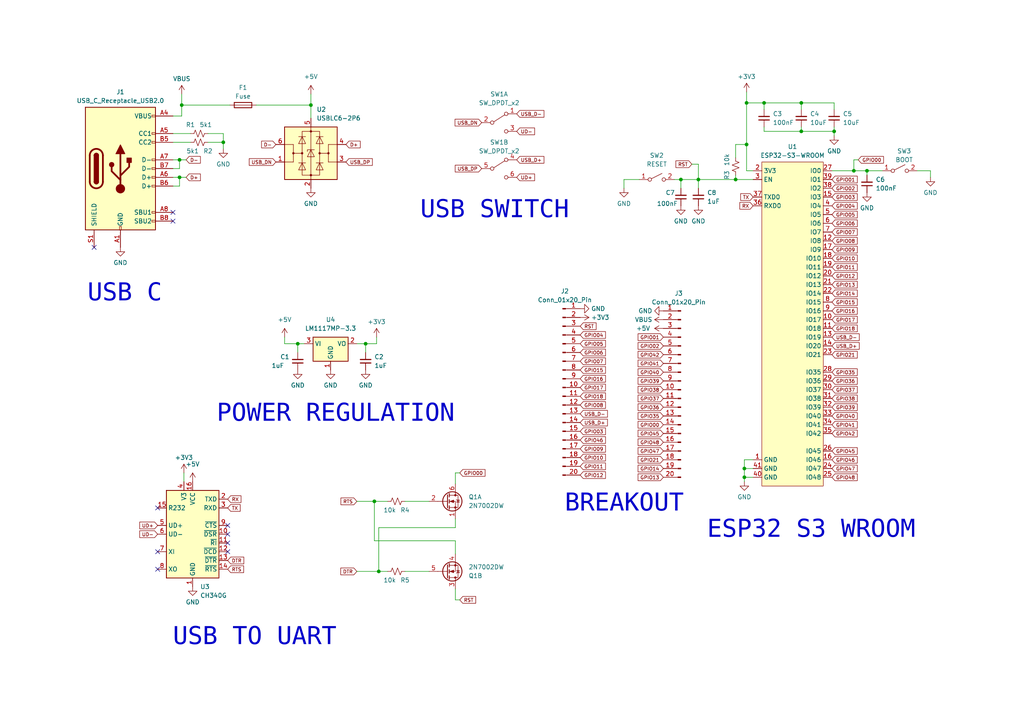
<source format=kicad_sch>
(kicad_sch (version 20230121) (generator eeschema)
  (paper "A4")
  (title_block (title "ESP32 S3 WROOM") (date "2024-05-24") (rev "01"))
  (lib_symbols
    (symbol "Connector:Conn_01x20_Pin" (pin_names (offset 1.016) hide)
      (property "Reference" "J" (at 0 25.4 0))
      (property "Value" "Conn_01x20_Pin" (at 0 -27.94 0))
      (symbol "Conn_01x20_Pin_1_1"
        (polyline (pts (xy 1.27 -25.4) (xy 0.8636 -25.4)) (stroke (width 0.1524)))
        (polyline (pts (xy 1.27 -22.86) (xy 0.8636 -22.86)) (stroke (width 0.1524)))
        (polyline (pts (xy 1.27 -20.32) (xy 0.8636 -20.32)) (stroke (width 0.1524)))
        (polyline (pts (xy 1.27 -17.78) (xy 0.8636 -17.78)) (stroke (width 0.1524)))
        (polyline (pts (xy 1.27 -15.24) (xy 0.8636 -15.24)) (stroke (width 0.1524)))
        (polyline (pts (xy 1.27 -12.7) (xy 0.8636 -12.7)) (stroke (width 0.1524)))
        (polyline (pts (xy 1.27 -10.16) (xy 0.8636 -10.16)) (stroke (width 0.1524)))
        (polyline (pts (xy 1.27 -7.62) (xy 0.8636 -7.62)) (stroke (width 0.1524)))
        (polyline (pts (xy 1.27 -5.08) (xy 0.8636 -5.08)) (stroke (width 0.1524)))
        (polyline (pts (xy 1.27 -2.54) (xy 0.8636 -2.54)) (stroke (width 0.1524)))
        (polyline (pts (xy 1.27 0) (xy 0.8636 0)) (stroke (width 0.1524)))
        (polyline (pts (xy 1.27 2.54) (xy 0.8636 2.54)) (stroke (width 0.1524)))
        (polyline (pts (xy 1.27 5.08) (xy 0.8636 5.08)) (stroke (width 0.1524)))
        (polyline (pts (xy 1.27 7.62) (xy 0.8636 7.62)) (stroke (width 0.1524)))
        (polyline (pts (xy 1.27 10.16) (xy 0.8636 10.16)) (stroke (width 0.1524)))
        (polyline (pts (xy 1.27 12.7) (xy 0.8636 12.7)) (stroke (width 0.1524)))
        (polyline (pts (xy 1.27 15.24) (xy 0.8636 15.24)) (stroke (width 0.1524)))
        (polyline (pts (xy 1.27 17.78) (xy 0.8636 17.78)) (stroke (width 0.1524)))
        (polyline (pts (xy 1.27 20.32) (xy 0.8636 20.32)) (stroke (width 0.1524)))
        (polyline (pts (xy 1.27 22.86) (xy 0.8636 22.86)) (stroke (width 0.1524)))
        (rectangle (start 0.8636 -25.273) (end 0 -25.527) (stroke (width 0.1524)) (fill (type outline)))
        (rectangle (start 0.8636 -22.733) (end 0 -22.987) (stroke (width 0.1524)) (fill (type outline)))
        (rectangle (start 0.8636 -20.193) (end 0 -20.447) (stroke (width 0.1524)) (fill (type outline)))
        (rectangle (start 0.8636 -17.653) (end 0 -17.907) (stroke (width 0.1524)) (fill (type outline)))
        (rectangle (start 0.8636 -15.113) (end 0 -15.367) (stroke (width 0.1524)) (fill (type outline)))
        (rectangle (start 0.8636 -12.573) (end 0 -12.827) (stroke (width 0.1524)) (fill (type outline)))
        (rectangle (start 0.8636 -10.033) (end 0 -10.287) (stroke (width 0.1524)) (fill (type outline)))
        (rectangle (start 0.8636 -7.493) (end 0 -7.747) (stroke (width 0.1524)) (fill (type outline)))
        (rectangle (start 0.8636 -4.953) (end 0 -5.207) (stroke (width 0.1524)) (fill (type outline)))
        (rectangle (start 0.8636 -2.413) (end 0 -2.667) (stroke (width 0.1524)) (fill (type outline)))
        (rectangle (start 0.8636 0.127) (end 0 -0.127) (stroke (width 0.1524)) (fill (type outline)))
        (rectangle (start 0.8636 2.667) (end 0 2.413) (stroke (width 0.1524)) (fill (type outline)))
        (rectangle (start 0.8636 5.207) (end 0 4.953) (stroke (width 0.1524)) (fill (type outline)))
        (rectangle (start 0.8636 7.747) (end 0 7.493) (stroke (width 0.1524)) (fill (type outline)))
        (rectangle (start 0.8636 10.287) (end 0 10.033) (stroke (width 0.1524)) (fill (type outline)))
        (rectangle (start 0.8636 12.827) (end 0 12.573) (stroke (width 0.1524)) (fill (type outline)))
        (rectangle (start 0.8636 15.367) (end 0 15.113) (stroke (width 0.1524)) (fill (type outline)))
        (rectangle (start 0.8636 17.907) (end 0 17.653) (stroke (width 0.1524)) (fill (type outline)))
        (rectangle (start 0.8636 20.447) (end 0 20.193) (stroke (width 0.1524)) (fill (type outline)))
        (rectangle (start 0.8636 22.987) (end 0 22.733) (stroke (width 0.1524)) (fill (type outline)))
        (pin passive line (at 5.08 22.86 180) (length 3.81) (name "Pin_1") (number "1"))
        (pin passive line (at 5.08 0 180) (length 3.81) (name "Pin_10") (number "10"))
        (pin passive line (at 5.08 -2.54 180) (length 3.81) (name "Pin_11") (number "11"))
        (pin passive line (at 5.08 -5.08 180) (length 3.81) (name "Pin_12") (number "12"))
        (pin passive line (at 5.08 -7.62 180) (length 3.81) (name "Pin_13") (number "13"))
        (pin passive line (at 5.08 -10.16 180) (length 3.81) (name "Pin_14") (number "14"))
        (pin passive line (at 5.08 -12.7 180) (length 3.81) (name "Pin_15") (number "15"))
        (pin passive line (at 5.08 -15.24 180) (length 3.81) (name "Pin_16") (number "16"))
        (pin passive line (at 5.08 -17.78 180) (length 3.81) (name "Pin_17") (number "17"))
        (pin passive line (at 5.08 -20.32 180) (length 3.81) (name "Pin_18") (number "18"))
        (pin passive line (at 5.08 -22.86 180) (length 3.81) (name "Pin_19") (number "19"))
        (pin passive line (at 5.08 20.32 180) (length 3.81) (name "Pin_2") (number "2"))
        (pin passive line (at 5.08 -25.4 180) (length 3.81) (name "Pin_20") (number "20"))
        (pin passive line (at 5.08 17.78 180) (length 3.81) (name "Pin_3") (number "3"))
        (pin passive line (at 5.08 15.24 180) (length 3.81) (name "Pin_4") (number "4"))
        (pin passive line (at 5.08 12.7 180) (length 3.81) (name "Pin_5") (number "5"))
        (pin passive line (at 5.08 10.16 180) (length 3.81) (name "Pin_6") (number "6"))
        (pin passive line (at 5.08 7.62 180) (length 3.81) (name "Pin_7") (number "7"))
        (pin passive line (at 5.08 5.08 180) (length 3.81) (name "Pin_8") (number "8"))
        (pin passive line (at 5.08 2.54 180) (length 3.81) (name "Pin_9") (number "9"))
      )
    )
    (symbol "Connector:USB_C_Receptacle_USB2.0" (pin_names (offset 1.016))
      (property "Reference" "J" (at -10.16 19.05 0))
      (property "Value" "USB_C_Receptacle_USB2.0" (at 19.05 19.05 0))
      (symbol "USB_C_Receptacle_USB2.0_0_0"
        (rectangle (start -0.254 -17.78) (end 0.254 -16.764))
        (rectangle (start 10.16 -14.986) (end 9.144 -15.494))
        (rectangle (start 10.16 -12.446) (end 9.144 -12.954))
        (rectangle (start 10.16 -4.826) (end 9.144 -5.334))
        (rectangle (start 10.16 -2.286) (end 9.144 -2.794))
        (rectangle (start 10.16 0.254) (end 9.144 -0.254))
        (rectangle (start 10.16 2.794) (end 9.144 2.286))
        (rectangle (start 10.16 7.874) (end 9.144 7.366))
        (rectangle (start 10.16 10.414) (end 9.144 9.906))
        (rectangle (start 10.16 15.494) (end 9.144 14.986))
      )
      (symbol "USB_C_Receptacle_USB2.0_0_1"
        (rectangle (start -10.16 17.78) (end 10.16 -17.78) (stroke (width 0.254)) (fill (type background)))
        (arc (start -8.89 -3.81) (mid -6.985 -5.7067) (end -5.08 -3.81) (stroke (width 0.508)))
        (arc (start -7.62 -3.81) (mid -6.985 -4.4423) (end -6.35 -3.81) (stroke (width 0.254)))
        (arc (start -7.62 -3.81) (mid -6.985 -4.4423) (end -6.35 -3.81) (stroke (width 0.254)) (fill (type outline)))
        (rectangle (start -7.62 -3.81) (end -6.35 3.81) (stroke (width 0.254)) (fill (type outline)))
        (arc (start -6.35 3.81) (mid -6.985 4.4423) (end -7.62 3.81) (stroke (width 0.254)))
        (arc (start -6.35 3.81) (mid -6.985 4.4423) (end -7.62 3.81) (stroke (width 0.254)) (fill (type outline)))
        (arc (start -5.08 3.81) (mid -6.985 5.7067) (end -8.89 3.81) (stroke (width 0.508)))
        (circle (center -2.54 1.143) (radius 0.635) (stroke (width 0.254)) (fill (type outline)))
        (circle (center 0 -5.842) (radius 1.27) (fill (type outline)))
        (polyline (pts (xy -8.89 -3.81) (xy -8.89 3.81)) (stroke (width 0.508)))
        (polyline (pts (xy -5.08 3.81) (xy -5.08 -3.81)) (stroke (width 0.508)))
        (polyline (pts (xy 0 -5.842) (xy 0 4.318)) (stroke (width 0.508)))
        (polyline (pts (xy 0 -3.302) (xy -2.54 -0.762) (xy -2.54 0.508)) (stroke (width 0.508)))
        (polyline (pts (xy 0 -2.032) (xy 2.54 0.508) (xy 2.54 1.778)) (stroke (width 0.508)))
        (polyline (pts (xy -1.27 4.318) (xy 0 6.858) (xy 1.27 4.318) (xy -1.27 4.318)) (stroke (width 0.254)) (fill (type outline)))
        (rectangle (start 1.905 1.778) (end 3.175 3.048) (stroke (width 0.254)) (fill (type outline)))
      )
      (symbol "USB_C_Receptacle_USB2.0_1_1"
        (pin passive line (at 0 -22.86 90) (length 5.08) (name "GND") (number "A1"))
        (pin passive line (at 0 -22.86 90) (length 5.08) hide (name "GND") (number "A12"))
        (pin passive line (at 15.24 15.24 180) (length 5.08) (name "VBUS") (number "A4"))
        (pin bidirectional line (at 15.24 10.16 180) (length 5.08) (name "CC1") (number "A5"))
        (pin bidirectional line (at 15.24 -2.54 180) (length 5.08) (name "D+") (number "A6"))
        (pin bidirectional line (at 15.24 2.54 180) (length 5.08) (name "D-") (number "A7"))
        (pin bidirectional line (at 15.24 -12.7 180) (length 5.08) (name "SBU1") (number "A8"))
        (pin passive line (at 15.24 15.24 180) (length 5.08) hide (name "VBUS") (number "A9"))
        (pin passive line (at 0 -22.86 90) (length 5.08) hide (name "GND") (number "B1"))
        (pin passive line (at 0 -22.86 90) (length 5.08) hide (name "GND") (number "B12"))
        (pin passive line (at 15.24 15.24 180) (length 5.08) hide (name "VBUS") (number "B4"))
        (pin bidirectional line (at 15.24 7.62 180) (length 5.08) (name "CC2") (number "B5"))
        (pin bidirectional line (at 15.24 -5.08 180) (length 5.08) (name "D+") (number "B6"))
        (pin bidirectional line (at 15.24 0 180) (length 5.08) (name "D-") (number "B7"))
        (pin bidirectional line (at 15.24 -15.24 180) (length 5.08) (name "SBU2") (number "B8"))
        (pin passive line (at 15.24 15.24 180) (length 5.08) hide (name "VBUS") (number "B9"))
        (pin passive line (at -7.62 -22.86 90) (length 5.08) (name "SHIELD") (number "S1"))
      )
    )
    (symbol "Device:C_Small" (pin_numbers hide) (pin_names (offset 0.254) hide)
      (property "Reference" "C" (at 0.254 1.778 0))
      (property "Value" "C_Small" (at 0.254 -2.032 0))
      (symbol "C_Small_0_1"
        (polyline (pts (xy -1.524 -0.508) (xy 1.524 -0.508)) (stroke (width 0.3302)))
        (polyline (pts (xy -1.524 0.508) (xy 1.524 0.508)) (stroke (width 0.3048)))
      )
      (symbol "C_Small_1_1"
        (pin passive line (at 0 2.54 270) (length 2.032) (name "~") (number "1"))
        (pin passive line (at 0 -2.54 90) (length 2.032) (name "~") (number "2"))
      )
    )
    (symbol "Device:Fuse" (pin_numbers hide) (pin_names (offset 0))
      (property "Reference" "F" (at 2.032 0 90))
      (property "Value" "Fuse" (at -1.905 0 90))
      (symbol "Fuse_0_1"
        (rectangle (start -0.762 -2.54) (end 0.762 2.54) (stroke (width 0.254)))
        (polyline (pts (xy 0 2.54) (xy 0 -2.54)))
      )
      (symbol "Fuse_1_1"
        (pin passive line (at 0 3.81 270) (length 1.27) (name "~") (number "1"))
        (pin passive line (at 0 -3.81 90) (length 1.27) (name "~") (number "2"))
      )
    )
    (symbol "Device:R_Small_US" (pin_numbers hide) (pin_names (offset 0.254) hide)
      (property "Reference" "R" (at 0.762 0.508 0))
      (property "Value" "R_Small_US" (at 0.762 -1.016 0))
      (symbol "R_Small_US_1_1"
        (polyline (pts (xy 0 0) (xy 1.016 -0.381) (xy 0 -0.762) (xy -1.016 -1.143) (xy 0 -1.524)))
        (polyline (pts (xy 0 1.524) (xy 1.016 1.143) (xy 0 0.762) (xy -1.016 0.381) (xy 0 0)))
        (pin passive line (at 0 2.54 270) (length 1.016) (name "~") (number "1"))
        (pin passive line (at 0 -2.54 90) (length 1.016) (name "~") (number "2"))
      )
    )
    (symbol "EzerLonginus:ESP32-S3-WROOM"
      (property "Reference" "U" (at 0 48.26 0))
      (property "Value" "ESP32-S3-WROOM" (at -11.43 39.37 0))
      (symbol "ESP32-S3-WROOM_1_1"
        (rectangle (start -8.89 46.99) (end 8.89 -46.99) (fill (type background)))
        (pin power_in line (at -11.43 -39.37 0) (length 2.54) (name "GND") (number "1"))
        (pin bidirectional line (at 11.43 1.27 180) (length 2.54) (name "IO17") (number "10"))
        (pin bidirectional line (at 11.43 -1.27 180) (length 2.54) (name "IO18") (number "11"))
        (pin bidirectional line (at 11.43 24.13 180) (length 2.54) (name "IO8") (number "12"))
        (pin bidirectional line (at 11.43 -3.81 180) (length 2.54) (name "IO19") (number "13"))
        (pin bidirectional line (at 11.43 -6.35 180) (length 2.54) (name "IO20") (number "14"))
        (pin bidirectional line (at 11.43 36.83 180) (length 2.54) (name "IO3") (number "15"))
        (pin bidirectional line (at 11.43 -39.37 180) (length 2.54) (name "IO46") (number "16"))
        (pin bidirectional line (at 11.43 21.59 180) (length 2.54) (name "IO9") (number "17"))
        (pin bidirectional line (at 11.43 19.05 180) (length 2.54) (name "IO10") (number "18"))
        (pin bidirectional line (at 11.43 16.51 180) (length 2.54) (name "IO11") (number "19"))
        (pin power_in line (at -11.43 44.45 0) (length 2.54) (name "3V3") (number "2"))
        (pin bidirectional line (at 11.43 13.97 180) (length 2.54) (name "IO12") (number "20"))
        (pin bidirectional line (at 11.43 11.43 180) (length 2.54) (name "IO13") (number "21"))
        (pin bidirectional line (at 11.43 8.89 180) (length 2.54) (name "IO14") (number "22"))
        (pin bidirectional line (at 11.43 -8.89 180) (length 2.54) (name "IO21") (number "23"))
        (pin bidirectional line (at 11.43 -41.91 180) (length 2.54) (name "IO47") (number "24"))
        (pin bidirectional line (at 11.43 -44.45 180) (length 2.54) (name "IO48") (number "25"))
        (pin bidirectional line (at 11.43 -36.83 180) (length 2.54) (name "IO45") (number "26"))
        (pin bidirectional line (at 11.43 44.45 180) (length 2.54) (name "IO0") (number "27"))
        (pin bidirectional line (at 11.43 -13.97 180) (length 2.54) (name "IO35") (number "28"))
        (pin bidirectional line (at 11.43 -16.51 180) (length 2.54) (name "IO36") (number "29"))
        (pin input line (at -11.43 41.91 0) (length 2.54) (name "EN") (number "3"))
        (pin bidirectional line (at 11.43 -19.05 180) (length 2.54) (name "IO37") (number "30"))
        (pin bidirectional line (at 11.43 -21.59 180) (length 2.54) (name "IO38") (number "31"))
        (pin bidirectional line (at 11.43 -24.13 180) (length 2.54) (name "IO39") (number "32"))
        (pin bidirectional line (at 11.43 -26.67 180) (length 2.54) (name "IO40") (number "33"))
        (pin bidirectional line (at 11.43 -29.21 180) (length 2.54) (name "IO41") (number "34"))
        (pin bidirectional line (at 11.43 -31.75 180) (length 2.54) (name "IO42") (number "35"))
        (pin bidirectional line (at -11.43 34.29 0) (length 2.54) (name "RXD0") (number "36"))
        (pin bidirectional line (at -11.43 36.83 0) (length 2.54) (name "TXD0") (number "37"))
        (pin bidirectional line (at 11.43 39.37 180) (length 2.54) (name "IO2") (number "38"))
        (pin bidirectional line (at 11.43 41.91 180) (length 2.54) (name "IO1") (number "39"))
        (pin bidirectional line (at 11.43 34.29 180) (length 2.54) (name "IO4") (number "4"))
        (pin bidirectional line (at -11.43 -44.45 0) (length 2.54) (name "GND") (number "40"))
        (pin power_in line (at -11.43 -41.91 0) (length 2.54) (name "GND") (number "41"))
        (pin bidirectional line (at 11.43 31.75 180) (length 2.54) (name "IO5") (number "5"))
        (pin bidirectional line (at 11.43 29.21 180) (length 2.54) (name "IO6") (number "6"))
        (pin bidirectional line (at 11.43 26.67 180) (length 2.54) (name "IO7") (number "7"))
        (pin bidirectional line (at 11.43 6.35 180) (length 2.54) (name "IO15") (number "8"))
        (pin bidirectional line (at 11.43 3.81 180) (length 2.54) (name "IO16") (number "9"))
      )
    )
    (symbol "Interface_USB:CH340G"
      (property "Reference" "U" (at -5.08 13.97 0))
      (property "Value" "CH340G" (at 1.27 13.97 0))
      (symbol "CH340G_0_1"
        (rectangle (start -7.62 12.7) (end 7.62 -12.7) (stroke (width 0.254)) (fill (type background)))
      )
      (symbol "CH340G_1_1"
        (pin power_in line (at 0 -15.24 90) (length 2.54) (name "GND") (number "1"))
        (pin input line (at 10.16 0 180) (length 2.54) (name "~{DSR}") (number "10"))
        (pin input line (at 10.16 -2.54 180) (length 2.54) (name "~{RI}") (number "11"))
        (pin input line (at 10.16 -5.08 180) (length 2.54) (name "~{DCD}") (number "12"))
        (pin output line (at 10.16 -7.62 180) (length 2.54) (name "~{DTR}") (number "13"))
        (pin output line (at 10.16 -10.16 180) (length 2.54) (name "~{RTS}") (number "14"))
        (pin input line (at -10.16 7.62 0) (length 2.54) (name "R232") (number "15"))
        (pin power_in line (at 0 15.24 270) (length 2.54) (name "VCC") (number "16"))
        (pin output line (at 10.16 10.16 180) (length 2.54) (name "TXD") (number "2"))
        (pin input line (at 10.16 7.62 180) (length 2.54) (name "RXD") (number "3"))
        (pin passive line (at -2.54 15.24 270) (length 2.54) (name "V3") (number "4"))
        (pin bidirectional line (at -10.16 2.54 0) (length 2.54) (name "UD+") (number "5"))
        (pin bidirectional line (at -10.16 0 0) (length 2.54) (name "UD-") (number "6"))
        (pin input line (at -10.16 -5.08 0) (length 2.54) (name "XI") (number "7"))
        (pin output line (at -10.16 -10.16 0) (length 2.54) (name "XO") (number "8"))
        (pin input line (at 10.16 2.54 180) (length 2.54) (name "~{CTS}") (number "9"))
      )
    )
    (symbol "Power_Protection:USBLC6-2P6" (pin_names hide)
      (property "Reference" "U" (at 2.54 8.89 0))
      (property "Value" "USBLC6-2P6" (at 2.54 -8.89 0))
      (symbol "USBLC6-2P6_0_1"
        (rectangle (start -7.62 -7.62) (end 7.62 7.62) (stroke (width 0.254)) (fill (type background)))
        (circle (center -5.08 0) (radius 0.254) (fill (type outline)))
        (circle (center -2.54 0) (radius 0.254) (fill (type outline)))
        (rectangle (start -2.54 6.35) (end 2.54 -6.35))
        (circle (center 0 -6.35) (radius 0.254) (fill (type outline)))
        (polyline (pts (xy -5.08 -2.54) (xy -7.62 -2.54)))
        (polyline (pts (xy -5.08 0) (xy -5.08 -2.54)))
        (polyline (pts (xy -5.08 2.54) (xy -7.62 2.54)))
        (polyline (pts (xy -1.524 -2.794) (xy -3.556 -2.794)))
        (polyline (pts (xy -1.524 4.826) (xy -3.556 4.826)))
        (polyline (pts (xy 0 -7.62) (xy 0 -6.35)))
        (polyline (pts (xy 0 -6.35) (xy 0 1.27)))
        (polyline (pts (xy 0 1.27) (xy 0 6.35)))
        (polyline (pts (xy 0 6.35) (xy 0 7.62)))
        (polyline (pts (xy 1.524 -2.794) (xy 3.556 -2.794)))
        (polyline (pts (xy 1.524 4.826) (xy 3.556 4.826)))
        (polyline (pts (xy 5.08 -2.54) (xy 7.62 -2.54)))
        (polyline (pts (xy 5.08 0) (xy 5.08 -2.54)))
        (polyline (pts (xy 5.08 2.54) (xy 7.62 2.54)))
        (polyline (pts (xy -2.54 0) (xy -5.08 0) (xy -5.08 2.54)))
        (polyline (pts (xy 2.54 0) (xy 5.08 0) (xy 5.08 2.54)))
        (polyline (pts (xy -3.556 -4.826) (xy -1.524 -4.826) (xy -2.54 -2.794) (xy -3.556 -4.826)))
        (polyline (pts (xy -3.556 2.794) (xy -1.524 2.794) (xy -2.54 4.826) (xy -3.556 2.794)))
        (polyline (pts (xy -1.016 -1.016) (xy 1.016 -1.016) (xy 0 1.016) (xy -1.016 -1.016)))
        (polyline (pts (xy 1.016 1.016) (xy 0.762 1.016) (xy -1.016 1.016) (xy -1.016 0.508)))
        (polyline (pts (xy 3.556 -4.826) (xy 1.524 -4.826) (xy 2.54 -2.794) (xy 3.556 -4.826)))
        (polyline (pts (xy 3.556 2.794) (xy 1.524 2.794) (xy 2.54 4.826) (xy 3.556 2.794)))
        (circle (center 0 6.35) (radius 0.254) (fill (type outline)))
        (circle (center 2.54 0) (radius 0.254) (fill (type outline)))
        (circle (center 5.08 0) (radius 0.254) (fill (type outline)))
      )
      (symbol "USBLC6-2P6_1_1"
        (pin passive line (at -10.16 -2.54 0) (length 2.54) (name "I/O1") (number "1"))
        (pin passive line (at 0 -10.16 90) (length 2.54) (name "GND") (number "2"))
        (pin passive line (at 10.16 -2.54 180) (length 2.54) (name "I/O2") (number "3"))
        (pin passive line (at 10.16 2.54 180) (length 2.54) (name "I/O2") (number "4"))
        (pin passive line (at 0 10.16 270) (length 2.54) (name "VBUS") (number "5"))
        (pin passive line (at -10.16 2.54 0) (length 2.54) (name "I/O1") (number "6"))
      )
    )
    (symbol "Regulator_Linear:LM1117MP-3.3"
      (property "Reference" "U" (at -3.81 3.175 0))
      (property "Value" "LM1117MP-3.3" (at 0 3.175 0))
      (symbol "LM1117MP-3.3_0_1"
        (rectangle (start -5.08 -5.08) (end 5.08 1.905) (stroke (width 0.254)) (fill (type background)))
      )
      (symbol "LM1117MP-3.3_1_1"
        (pin power_in line (at 0 -7.62 90) (length 2.54) (name "GND") (number "1"))
        (pin power_out line (at 7.62 0 180) (length 2.54) (name "VO") (number "2"))
        (pin power_in line (at -7.62 0 0) (length 2.54) (name "VI") (number "3"))
      )
    )
    (symbol "Switch:SW_DPDT_x2" (pin_names (offset 0) hide)
      (property "Reference" "SW" (at 0 4.318 0))
      (property "Value" "SW_DPDT_x2" (at 0 -5.08 0))
      (symbol "SW_DPDT_x2_0_0"
        (circle (center -2.032 0) (radius 0.508))
        (circle (center 2.032 -2.54) (radius 0.508))
      )
      (symbol "SW_DPDT_x2_0_1"
        (polyline (pts (xy -1.524 0.254) (xy 1.651 2.286)))
        (circle (center 2.032 2.54) (radius 0.508))
      )
      (symbol "SW_DPDT_x2_1_1"
        (pin passive line (at 5.08 2.54 180) (length 2.54) (name "A") (number "1"))
        (pin passive line (at -5.08 0 0) (length 2.54) (name "B") (number "2"))
        (pin passive line (at 5.08 -2.54 180) (length 2.54) (name "C") (number "3"))
      )
      (symbol "SW_DPDT_x2_2_1"
        (pin passive line (at 5.08 2.54 180) (length 2.54) (name "A") (number "4"))
        (pin passive line (at -5.08 0 0) (length 2.54) (name "B") (number "5"))
        (pin passive line (at 5.08 -2.54 180) (length 2.54) (name "C") (number "6"))
      )
    )
    (symbol "Switch:SW_SPST" (pin_names (offset 0) hide)
      (property "Reference" "SW" (at 0 3.175 0))
      (property "Value" "SW_SPST" (at 0 -2.54 0))
      (symbol "SW_SPST_0_0"
        (circle (center -2.032 0) (radius 0.508))
        (polyline (pts (xy -1.524 0.254) (xy 1.524 1.778)))
        (circle (center 2.032 0) (radius 0.508))
      )
      (symbol "SW_SPST_1_1"
        (pin passive line (at -5.08 0 0) (length 2.54) (name "A") (number "1"))
        (pin passive line (at 5.08 0 180) (length 2.54) (name "B") (number "2"))
      )
    )
    (symbol "Transistor_FET:FDG1024NZ" (pin_names hide)
      (property "Reference" "Q" (at 5.08 1.905 0))
      (property "Value" "FDG1024NZ" (at 5.08 0 0))
      (symbol "FDG1024NZ_0_1"
        (polyline (pts (xy 0.254 0) (xy -2.54 0)))
        (polyline (pts (xy 0.254 1.905) (xy 0.254 -1.905)) (stroke (width 0.254)))
        (polyline (pts (xy 0.762 -1.27) (xy 0.762 -2.286)) (stroke (width 0.254)))
        (polyline (pts (xy 0.762 0.508) (xy 0.762 -0.508)) (stroke (width 0.254)))
        (polyline (pts (xy 0.762 2.286) (xy 0.762 1.27)) (stroke (width 0.254)))
        (polyline (pts (xy 2.54 2.54) (xy 2.54 1.778)))
        (polyline (pts (xy 2.54 -2.54) (xy 2.54 0) (xy 0.762 0)))
        (polyline (pts (xy 0.762 -1.778) (xy 3.302 -1.778) (xy 3.302 1.778) (xy 0.762 1.778)))
        (polyline (pts (xy 1.016 0) (xy 2.032 0.381) (xy 2.032 -0.381) (xy 1.016 0)) (fill (type outline)))
        (polyline (pts (xy 2.794 0.508) (xy 2.921 0.381) (xy 3.683 0.381) (xy 3.81 0.254)))
        (polyline (pts (xy 3.302 0.381) (xy 2.921 -0.254) (xy 3.683 -0.254) (xy 3.302 0.381)))
        (circle (center 1.651 0) (radius 2.794) (stroke (width 0.254)))
        (circle (center 2.54 -1.778) (radius 0.254) (fill (type outline)))
        (circle (center 2.54 1.778) (radius 0.254) (fill (type outline)))
      )
      (symbol "FDG1024NZ_1_1"
        (pin passive line (at 2.54 -5.08 90) (length 2.54) (name "S") (number "1"))
        (pin passive line (at -5.08 0 0) (length 2.54) (name "G") (number "2"))
        (pin passive line (at 2.54 5.08 270) (length 2.54) (name "D") (number "6"))
      )
      (symbol "FDG1024NZ_2_1"
        (pin passive line (at 2.54 5.08 270) (length 2.54) (name "D") (number "3"))
        (pin passive line (at 2.54 -5.08 90) (length 2.54) (name "S") (number "4"))
        (pin passive line (at -5.08 0 0) (length 2.54) (name "G") (number "5"))
      )
    )
    (symbol "power:+3V3" (power) (pin_names (offset 0))
      (property "Value" "+3V3" (at 0 3.556 0))
      (symbol "+3V3_0_1"
        (polyline (pts (xy -0.762 1.27) (xy 0 2.54)))
        (polyline (pts (xy 0 0) (xy 0 2.54)))
        (polyline (pts (xy 0 2.54) (xy 0.762 1.27)))
      )
      (symbol "+3V3_1_1"
        (pin power_in line (at 0 0 90) (length 0) hide (name "+3V3") (number "1"))
      )
    )
    (symbol "power:+5V" (power) (pin_names (offset 0))
      (property "Value" "+5V" (at 0 3.556 0))
      (symbol "+5V_0_1"
        (polyline (pts (xy -0.762 1.27) (xy 0 2.54)))
        (polyline (pts (xy 0 0) (xy 0 2.54)))
        (polyline (pts (xy 0 2.54) (xy 0.762 1.27)))
      )
      (symbol "+5V_1_1"
        (pin power_in line (at 0 0 90) (length 0) hide (name "+5V") (number "1"))
      )
    )
    (symbol "power:GND" (power) (pin_names (offset 0))
      (property "Value" "GND" (at 0 -3.81 0))
      (symbol "GND_0_1"
        (polyline (pts (xy 0 0) (xy 0 -1.27) (xy 1.27 -1.27) (xy 0 -2.54) (xy -1.27 -1.27) (xy 0 -1.27)))
      )
      (symbol "GND_1_1"
        (pin power_in line (at 0 0 270) (length 0) hide (name "GND") (number "1"))
      )
    )
    (symbol "power:VBUS" (power) (pin_names (offset 0))
      (property "Value" "VBUS" (at 0 3.81 0))
      (symbol "VBUS_0_1"
        (polyline (pts (xy -0.762 1.27) (xy 0 2.54)))
        (polyline (pts (xy 0 0) (xy 0 2.54)))
        (polyline (pts (xy 0 2.54) (xy 0.762 1.27)))
      )
      (symbol "VBUS_1_1"
        (pin power_in line (at 0 0 90) (length 0) hide (name "VBUS") (number "1"))
      )
    )
  )
  (junction (at 213.36 52.07))
  (junction (at 215.9 135.89))
  (junction (at 216.535 41.91))
  (junction (at 108.585 145.415))
  (junction (at 247.65 49.53))
  (junction (at 215.9 138.43))
  (junction (at 202.565 52.07))
  (junction (at 52.07 46.355))
  (junction (at 221.615 29.845))
  (junction (at 64.77 41.275))
  (junction (at 52.705 30.48))
  (junction (at 109.855 165.735))
  (junction (at 232.41 38.1))
  (junction (at 232.41 29.845))
  (junction (at 197.485 52.07))
  (junction (at 86.36 99.695))
  (junction (at 251.46 49.53))
  (junction (at 216.535 29.845))
  (junction (at 52.07 51.435))
  (junction (at 90.17 30.48))
  (junction (at 106.045 99.695))
  (junction (at 241.935 38.1))
  (no_connect (at 50.165 61.595))
  (no_connect (at 27.305 71.755))
  (no_connect (at 45.72 147.32))
  (no_connect (at 66.04 157.48))
  (no_connect (at 45.72 160.02))
  (no_connect (at 66.04 152.4))
  (no_connect (at 50.165 64.135))
  (no_connect (at 66.04 160.02))
  (no_connect (at 66.04 154.94))
  (no_connect (at 45.72 165.1))
  (wire (pts (xy 218.44 49.53) (xy 216.535 49.53)))
  (wire (pts (xy 241.935 38.1) (xy 232.41 38.1)))
  (wire (pts (xy 251.46 49.53) (xy 251.46 50.8)))
  (wire (pts (xy 86.36 99.695) (xy 86.36 102.235)))
  (wire (pts (xy 88.265 99.695) (xy 86.36 99.695)))
  (wire (pts (xy 241.935 38.1) (xy 241.935 39.37)))
  (wire (pts (xy 50.165 53.975) (xy 52.07 53.975)))
  (wire (pts (xy 195.58 52.07) (xy 197.485 52.07)))
  (wire (pts (xy 50.165 33.655) (xy 52.705 33.655)))
  (wire (pts (xy 103.505 165.735) (xy 109.855 165.735)))
  (wire (pts (xy 132.08 150.495) (xy 132.08 153.035)))
  (wire (pts (xy 213.36 52.07) (xy 202.565 52.07)))
  (wire (pts (xy 86.36 99.695) (xy 82.55 99.695)))
  (wire (pts (xy 202.565 52.07) (xy 202.565 54.61)))
  (wire (pts (xy 251.46 49.53) (xy 255.905 49.53)))
  (wire (pts (xy 200.66 47.625) (xy 202.565 47.625)))
  (wire (pts (xy 52.07 46.355) (xy 53.975 46.355)))
  (wire (pts (xy 232.41 38.1) (xy 221.615 38.1)))
  (wire (pts (xy 60.325 38.735) (xy 64.77 38.735)))
  (wire (pts (xy 55.245 41.275) (xy 50.165 41.275)))
  (wire (pts (xy 53.34 137.16) (xy 53.34 139.7)))
  (wire (pts (xy 216.535 41.91) (xy 216.535 49.53)))
  (wire (pts (xy 132.08 173.99) (xy 133.35 173.99)))
  (wire (pts (xy 52.07 48.895) (xy 52.07 46.355)))
  (wire (pts (xy 247.65 49.53) (xy 247.65 46.355)))
  (wire (pts (xy 218.44 52.07) (xy 213.36 52.07)))
  (wire (pts (xy 50.165 46.355) (xy 52.07 46.355)))
  (wire (pts (xy 266.065 49.53) (xy 269.875 49.53)))
  (wire (pts (xy 109.855 153.035) (xy 109.855 165.735)))
  (wire (pts (xy 52.07 53.975) (xy 52.07 51.435)))
  (wire (pts (xy 106.045 99.695) (xy 109.22 99.695)))
  (wire (pts (xy 52.07 51.435) (xy 53.975 51.435)))
  (wire (pts (xy 132.08 140.335) (xy 132.08 137.16)))
  (wire (pts (xy 108.585 145.415) (xy 108.585 156.845)))
  (wire (pts (xy 90.17 27.305) (xy 90.17 30.48)))
  (wire (pts (xy 269.875 49.53) (xy 269.875 51.435)))
  (wire (pts (xy 117.475 165.735) (xy 124.46 165.735)))
  (wire (pts (xy 106.045 99.695) (xy 106.045 102.235)))
  (wire (pts (xy 247.65 46.355) (xy 248.92 46.355)))
  (wire (pts (xy 74.295 30.48) (xy 90.17 30.48)))
  (wire (pts (xy 64.77 41.275) (xy 64.77 43.18)))
  (wire (pts (xy 241.935 29.845) (xy 241.935 31.75)))
  (wire (pts (xy 215.9 135.89) (xy 218.44 135.89)))
  (wire (pts (xy 132.08 153.035) (xy 109.855 153.035)))
  (wire (pts (xy 232.41 29.845) (xy 241.935 29.845)))
  (wire (pts (xy 215.9 133.35) (xy 215.9 135.89)))
  (wire (pts (xy 132.08 170.815) (xy 132.08 173.99)))
  (wire (pts (xy 216.535 26.67) (xy 216.535 29.845)))
  (wire (pts (xy 202.565 52.07) (xy 197.485 52.07)))
  (wire (pts (xy 218.44 138.43) (xy 215.9 138.43)))
  (wire (pts (xy 213.36 41.91) (xy 216.535 41.91)))
  (wire (pts (xy 215.9 138.43) (xy 215.9 139.7)))
  (wire (pts (xy 132.08 156.845) (xy 132.08 160.655)))
  (wire (pts (xy 232.41 31.75) (xy 232.41 29.845)))
  (wire (pts (xy 109.22 97.79) (xy 109.22 99.695)))
  (wire (pts (xy 117.475 145.415) (xy 124.46 145.415)))
  (wire (pts (xy 232.41 36.83) (xy 232.41 38.1)))
  (wire (pts (xy 215.9 135.89) (xy 215.9 138.43)))
  (wire (pts (xy 64.77 38.735) (xy 64.77 41.275)))
  (wire (pts (xy 241.935 36.83) (xy 241.935 38.1)))
  (wire (pts (xy 197.485 52.07) (xy 197.485 54.61)))
  (wire (pts (xy 52.705 30.48) (xy 66.675 30.48)))
  (wire (pts (xy 52.705 30.48) (xy 52.705 27.305)))
  (wire (pts (xy 108.585 156.845) (xy 132.08 156.845)))
  (wire (pts (xy 180.975 52.07) (xy 180.975 54.61)))
  (wire (pts (xy 52.705 33.655) (xy 52.705 30.48)))
  (wire (pts (xy 213.36 45.72) (xy 213.36 41.91)))
  (wire (pts (xy 50.165 48.895) (xy 52.07 48.895)))
  (wire (pts (xy 216.535 29.845) (xy 221.615 29.845)))
  (wire (pts (xy 109.855 165.735) (xy 112.395 165.735)))
  (wire (pts (xy 221.615 29.845) (xy 232.41 29.845)))
  (wire (pts (xy 55.245 38.735) (xy 50.165 38.735)))
  (wire (pts (xy 202.565 52.07) (xy 202.565 47.625)))
  (wire (pts (xy 185.42 52.07) (xy 180.975 52.07)))
  (wire (pts (xy 221.615 38.1) (xy 221.615 36.83)))
  (wire (pts (xy 103.505 99.695) (xy 106.045 99.695)))
  (wire (pts (xy 112.395 145.415) (xy 108.585 145.415)))
  (wire (pts (xy 50.165 51.435) (xy 52.07 51.435)))
  (wire (pts (xy 82.55 97.79) (xy 82.55 99.695)))
  (wire (pts (xy 241.3 49.53) (xy 247.65 49.53)))
  (wire (pts (xy 60.325 41.275) (xy 64.77 41.275)))
  (wire (pts (xy 216.535 29.845) (xy 216.535 41.91)))
  (wire (pts (xy 132.08 137.16) (xy 133.35 137.16)))
  (wire (pts (xy 213.36 52.07) (xy 213.36 50.8)))
  (wire (pts (xy 247.65 49.53) (xy 251.46 49.53)))
  (wire (pts (xy 103.505 145.415) (xy 108.585 145.415)))
  (wire (pts (xy 218.44 133.35) (xy 215.9 133.35)))
  (wire (pts (xy 221.615 29.845) (xy 221.615 31.75)))
  (wire (pts (xy 90.17 30.48) (xy 90.17 34.29)))
  (text "USB C" (at 25.4 89.535 0) (effects (font (size 5.12 5.12)) (justify left bottom)))
  (text "BREAKOUT" (at 163.83 150.495 0) (effects (font (size 5.12 5.12)) (justify left bottom)))
  (text "ESP32 S3 WROOM" (at 205.105 158.115 0) (effects (font (size 5.12 5.12)) (justify left bottom)))
  (text "USB TO UART" (at 50.165 189.23 0) (effects (font (size 5.12 5.12)) (justify left bottom)))
  (text "USB SWITCH" (at 121.92 65.405 0) (effects (font (size 5.12 5.12)) (justify left bottom)))
  (text "POWER REGULATION" (at 62.865 124.46 0) (effects (font (size 5.12 5.12)) (justify left bottom)))
  (global_label "USB_DP" (shape input) (at 139.7 48.895 180) (effects (font (size 1 1))) (property "Intersheetrefs" "${INTERSHEET_REFS}" (effects hide)))
  (global_label "GPIO35" (shape input) (at 192.405 120.65 180) (effects (font (size 1 1))) (property "Intersheetrefs" "${INTERSHEET_REFS}" (effects hide)))
  (global_label "GPIO45" (shape input) (at 241.3 130.81 0) (effects (font (size 1 1))) (property "Intersheetrefs" "${INTERSHEET_REFS}" (effects hide)))
  (global_label "D+" (shape input) (at 100.33 41.91 0) (effects (font (size 1 1))) (property "Intersheetrefs" "${INTERSHEET_REFS}" (effects hide)))
  (global_label "RTS" (shape input) (at 66.04 165.1 0) (effects (font (size 1 1))) (property "Intersheetrefs" "${INTERSHEET_REFS}" (effects hide)))
  (global_label "GPIO02" (shape input) (at 241.3 54.61 0) (effects (font (size 1 1))) (property "Intersheetrefs" "${INTERSHEET_REFS}" (effects hide)))
  (global_label "GPIO06" (shape input) (at 168.275 102.235 0) (effects (font (size 1 1))) (property "Intersheetrefs" "${INTERSHEET_REFS}" (effects hide)))
  (global_label "GPIO17" (shape input) (at 241.3 92.71 0) (effects (font (size 1 1))) (property "Intersheetrefs" "${INTERSHEET_REFS}" (effects hide)))
  (global_label "GPIO37" (shape input) (at 241.3 113.03 0) (effects (font (size 1 1))) (property "Intersheetrefs" "${INTERSHEET_REFS}" (effects hide)))
  (global_label "GPIO00" (shape input) (at 133.35 137.16 0) (effects (font (size 1 1))) (property "Intersheetrefs" "${INTERSHEET_REFS}" (effects hide)))
  (global_label "USB_DP" (shape input) (at 100.33 46.99 0) (effects (font (size 1 1))) (property "Intersheetrefs" "${INTERSHEET_REFS}" (effects hide)))
  (global_label "GPIO06" (shape input) (at 241.3 64.77 0) (effects (font (size 1 1))) (property "Intersheetrefs" "${INTERSHEET_REFS}" (effects hide)))
  (global_label "USB_D-" (shape input) (at 241.3 97.79 0) (effects (font (size 1 1))) (property "Intersheetrefs" "${INTERSHEET_REFS}" (effects hide)))
  (global_label "GPIO17" (shape input) (at 168.275 112.395 0) (effects (font (size 1 1))) (property "Intersheetrefs" "${INTERSHEET_REFS}" (effects hide)))
  (global_label "GPIO39" (shape input) (at 192.405 110.49 180) (effects (font (size 1 1))) (property "Intersheetrefs" "${INTERSHEET_REFS}" (effects hide)))
  (global_label "GPIO38" (shape input) (at 241.3 115.57 0) (effects (font (size 1 1))) (property "Intersheetrefs" "${INTERSHEET_REFS}" (effects hide)))
  (global_label "GPIO48" (shape input) (at 192.405 128.27 180) (effects (font (size 1 1))) (property "Intersheetrefs" "${INTERSHEET_REFS}" (effects hide)))
  (global_label "GPIO12" (shape input) (at 168.275 137.795 0) (effects (font (size 1 1))) (property "Intersheetrefs" "${INTERSHEET_REFS}" (effects hide)))
  (global_label "GPIO45" (shape input) (at 192.405 125.73 180) (effects (font (size 1 1))) (property "Intersheetrefs" "${INTERSHEET_REFS}" (effects hide)))
  (global_label "DTR" (shape input) (at 66.04 162.56 0) (effects (font (size 1 1))) (property "Intersheetrefs" "${INTERSHEET_REFS}" (effects hide)))
  (global_label "GPIO40" (shape input) (at 192.405 107.95 180) (effects (font (size 1 1))) (property "Intersheetrefs" "${INTERSHEET_REFS}" (effects hide)))
  (global_label "GPIO35" (shape input) (at 241.3 107.95 0) (effects (font (size 1 1))) (property "Intersheetrefs" "${INTERSHEET_REFS}" (effects hide)))
  (global_label "UD+" (shape input) (at 149.86 51.435 0) (effects (font (size 1 1))) (property "Intersheetrefs" "${INTERSHEET_REFS}" (effects hide)))
  (global_label "UD-" (shape input) (at 149.86 38.1 0) (effects (font (size 1 1))) (property "Intersheetrefs" "${INTERSHEET_REFS}" (effects hide)))
  (global_label "GPIO38" (shape input) (at 192.405 113.03 180) (effects (font (size 1 1))) (property "Intersheetrefs" "${INTERSHEET_REFS}" (effects hide)))
  (global_label "GPIO16" (shape input) (at 241.3 90.17 0) (effects (font (size 1 1))) (property "Intersheetrefs" "${INTERSHEET_REFS}" (effects hide)))
  (global_label "GPIO08" (shape input) (at 168.275 117.475 0) (effects (font (size 1 1))) (property "Intersheetrefs" "${INTERSHEET_REFS}" (effects hide)))
  (global_label "GPIO00" (shape input) (at 248.92 46.355 0) (effects (font (size 1 1))) (property "Intersheetrefs" "${INTERSHEET_REFS}" (effects hide)))
  (global_label "D-" (shape input) (at 80.01 41.91 180) (effects (font (size 1 1))) (property "Intersheetrefs" "${INTERSHEET_REFS}" (effects hide)))
  (global_label "GPIO04" (shape input) (at 168.275 97.155 0) (effects (font (size 1 1))) (property "Intersheetrefs" "${INTERSHEET_REFS}" (effects hide)))
  (global_label "USB_D-" (shape input) (at 149.86 33.02 0) (effects (font (size 1 1))) (property "Intersheetrefs" "${INTERSHEET_REFS}" (effects hide)))
  (global_label "GPIO48" (shape input) (at 241.3 138.43 0) (effects (font (size 1 1))) (property "Intersheetrefs" "${INTERSHEET_REFS}" (effects hide)))
  (global_label "D-" (shape input) (at 53.975 46.355 0) (effects (font (size 1 1))) (property "Intersheetrefs" "${INTERSHEET_REFS}" (effects hide)))
  (global_label "GPIO05" (shape input) (at 168.275 99.695 0) (effects (font (size 1 1))) (property "Intersheetrefs" "${INTERSHEET_REFS}" (effects hide)))
  (global_label "USB_D+" (shape input) (at 168.275 122.555 0) (effects (font (size 1 1))) (property "Intersheetrefs" "${INTERSHEET_REFS}" (effects hide)))
  (global_label "GPIO40" (shape input) (at 241.3 120.65 0) (effects (font (size 1 1))) (property "Intersheetrefs" "${INTERSHEET_REFS}" (effects hide)))
  (global_label "RX" (shape input) (at 66.04 144.78 0) (effects (font (size 1 1))) (property "Intersheetrefs" "${INTERSHEET_REFS}" (effects hide)))
  (global_label "GPIO03" (shape input) (at 241.3 57.15 0) (effects (font (size 1 1))) (property "Intersheetrefs" "${INTERSHEET_REFS}" (effects hide)))
  (global_label "GPIO08" (shape input) (at 241.3 69.85 0) (effects (font (size 1 1))) (property "Intersheetrefs" "${INTERSHEET_REFS}" (effects hide)))
  (global_label "GPIO47" (shape input) (at 241.3 135.89 0) (effects (font (size 1 1))) (property "Intersheetrefs" "${INTERSHEET_REFS}" (effects hide)))
  (global_label "USB_D+" (shape input) (at 241.3 100.33 0) (effects (font (size 1 1))) (property "Intersheetrefs" "${INTERSHEET_REFS}" (effects hide)))
  (global_label "GPIO11" (shape input) (at 241.3 77.47 0) (effects (font (size 1 1))) (property "Intersheetrefs" "${INTERSHEET_REFS}" (effects hide)))
  (global_label "GPIO11" (shape input) (at 168.275 135.255 0) (effects (font (size 1 1))) (property "Intersheetrefs" "${INTERSHEET_REFS}" (effects hide)))
  (global_label "GPIO47" (shape input) (at 192.405 130.81 180) (effects (font (size 1 1))) (property "Intersheetrefs" "${INTERSHEET_REFS}" (effects hide)))
  (global_label "GPIO16" (shape input) (at 168.275 109.855 0) (effects (font (size 1 1))) (property "Intersheetrefs" "${INTERSHEET_REFS}" (effects hide)))
  (global_label "GPIO42" (shape input) (at 192.405 102.87 180) (effects (font (size 1 1))) (property "Intersheetrefs" "${INTERSHEET_REFS}" (effects hide)))
  (global_label "GPIO05" (shape input) (at 241.3 62.23 0) (effects (font (size 1 1))) (property "Intersheetrefs" "${INTERSHEET_REFS}" (effects hide)))
  (global_label "GPIO10" (shape input) (at 241.3 74.93 0) (effects (font (size 1 1))) (property "Intersheetrefs" "${INTERSHEET_REFS}" (effects hide)))
  (global_label "GPIO10" (shape input) (at 168.275 132.715 0) (effects (font (size 1 1))) (property "Intersheetrefs" "${INTERSHEET_REFS}" (effects hide)))
  (global_label "GPIO42" (shape input) (at 241.3 125.73 0) (effects (font (size 1 1))) (property "Intersheetrefs" "${INTERSHEET_REFS}" (effects hide)))
  (global_label "GPIO14" (shape input) (at 192.405 135.89 180) (effects (font (size 1 1))) (property "Intersheetrefs" "${INTERSHEET_REFS}" (effects hide)))
  (global_label "TX" (shape input) (at 218.44 57.15 180) (effects (font (size 1 1))) (property "Intersheetrefs" "${INTERSHEET_REFS}" (effects hide)))
  (global_label "RX" (shape input) (at 218.44 59.69 180) (effects (font (size 1 1))) (property "Intersheetrefs" "${INTERSHEET_REFS}" (effects hide)))
  (global_label "GPIO36" (shape input) (at 192.405 118.11 180) (effects (font (size 1 1))) (property "Intersheetrefs" "${INTERSHEET_REFS}" (effects hide)))
  (global_label "GPIO03" (shape input) (at 168.275 125.095 0) (effects (font (size 1 1))) (property "Intersheetrefs" "${INTERSHEET_REFS}" (effects hide)))
  (global_label "TX" (shape input) (at 66.04 147.32 0) (effects (font (size 1 1))) (property "Intersheetrefs" "${INTERSHEET_REFS}" (effects hide)))
  (global_label "GPIO18" (shape input) (at 241.3 95.25 0) (effects (font (size 1 1))) (property "Intersheetrefs" "${INTERSHEET_REFS}" (effects hide)))
  (global_label "RST" (shape input) (at 200.66 47.625 180) (effects (font (size 1 1))) (property "Intersheetrefs" "${INTERSHEET_REFS}" (effects hide)))
  (global_label "GPIO46" (shape input) (at 241.3 133.35 0) (effects (font (size 1 1))) (property "Intersheetrefs" "${INTERSHEET_REFS}" (effects hide)))
  (global_label "GPIO02" (shape input) (at 192.405 100.33 180) (effects (font (size 1 1))) (property "Intersheetrefs" "${INTERSHEET_REFS}" (effects hide)))
  (global_label "GPIO07" (shape input) (at 241.3 67.31 0) (effects (font (size 1 1))) (property "Intersheetrefs" "${INTERSHEET_REFS}" (effects hide)))
  (global_label "GPIO00" (shape input) (at 192.405 123.19 180) (effects (font (size 1 1))) (property "Intersheetrefs" "${INTERSHEET_REFS}" (effects hide)))
  (global_label "GPIO21" (shape input) (at 192.405 133.35 180) (effects (font (size 1 1))) (property "Intersheetrefs" "${INTERSHEET_REFS}" (effects hide)))
  (global_label "GPIO41" (shape input) (at 192.405 105.41 180) (effects (font (size 1 1))) (property "Intersheetrefs" "${INTERSHEET_REFS}" (effects hide)))
  (global_label "GPIO46" (shape input) (at 168.275 127.635 0) (effects (font (size 1 1))) (property "Intersheetrefs" "${INTERSHEET_REFS}" (effects hide)))
  (global_label "DTR" (shape input) (at 103.505 165.735 180) (effects (font (size 1 1))) (property "Intersheetrefs" "${INTERSHEET_REFS}" (effects hide)))
  (global_label "GPIO14" (shape input) (at 241.3 85.09 0) (effects (font (size 1 1))) (property "Intersheetrefs" "${INTERSHEET_REFS}" (effects hide)))
  (global_label "GPIO36" (shape input) (at 241.3 110.49 0) (effects (font (size 1 1))) (property "Intersheetrefs" "${INTERSHEET_REFS}" (effects hide)))
  (global_label "GPIO21" (shape input) (at 241.3 102.87 0) (effects (font (size 1 1))) (property "Intersheetrefs" "${INTERSHEET_REFS}" (effects hide)))
  (global_label "USB_DN" (shape input) (at 139.7 35.56 180) (effects (font (size 1 1))) (property "Intersheetrefs" "${INTERSHEET_REFS}" (effects hide)))
  (global_label "GPIO39" (shape input) (at 241.3 118.11 0) (effects (font (size 1 1))) (property "Intersheetrefs" "${INTERSHEET_REFS}" (effects hide)))
  (global_label "UD+" (shape input) (at 45.72 152.4 180) (effects (font (size 1 1))) (property "Intersheetrefs" "${INTERSHEET_REFS}" (effects hide)))
  (global_label "GPIO01" (shape input) (at 192.405 97.79 180) (effects (font (size 1 1))) (property "Intersheetrefs" "${INTERSHEET_REFS}" (effects hide)))
  (global_label "D+" (shape input) (at 53.975 51.435 0) (effects (font (size 1 1))) (property "Intersheetrefs" "${INTERSHEET_REFS}" (effects hide)))
  (global_label "GPIO13" (shape input) (at 241.3 82.55 0) (effects (font (size 1 1))) (property "Intersheetrefs" "${INTERSHEET_REFS}" (effects hide)))
  (global_label "GPIO18" (shape input) (at 168.275 114.935 0) (effects (font (size 1 1))) (property "Intersheetrefs" "${INTERSHEET_REFS}" (effects hide)))
  (global_label "RST" (shape input) (at 133.35 173.99 0) (effects (font (size 1 1))) (property "Intersheetrefs" "${INTERSHEET_REFS}" (effects hide)))
  (global_label "GPIO37" (shape input) (at 192.405 115.57 180) (effects (font (size 1 1))) (property "Intersheetrefs" "${INTERSHEET_REFS}" (effects hide)))
  (global_label "GPIO04" (shape input) (at 241.3 59.69 0) (effects (font (size 1 1))) (property "Intersheetrefs" "${INTERSHEET_REFS}" (effects hide)))
  (global_label "GPIO15" (shape input) (at 241.3 87.63 0) (effects (font (size 1 1))) (property "Intersheetrefs" "${INTERSHEET_REFS}" (effects hide)))
  (global_label "GPIO09" (shape input) (at 241.3 72.39 0) (effects (font (size 1 1))) (property "Intersheetrefs" "${INTERSHEET_REFS}" (effects hide)))
  (global_label "RST" (shape input) (at 168.275 94.615 0) (effects (font (size 1 1))) (property "Intersheetrefs" "${INTERSHEET_REFS}" (effects hide)))
  (global_label "GPIO13" (shape input) (at 192.405 138.43 180) (effects (font (size 1 1))) (property "Intersheetrefs" "${INTERSHEET_REFS}" (effects hide)))
  (global_label "GPIO09" (shape input) (at 168.275 130.175 0) (effects (font (size 1 1))) (property "Intersheetrefs" "${INTERSHEET_REFS}" (effects hide)))
  (global_label "GPIO12" (shape input) (at 241.3 80.01 0) (effects (font (size 1 1))) (property "Intersheetrefs" "${INTERSHEET_REFS}" (effects hide)))
  (global_label "USB_D-" (shape input) (at 168.275 120.015 0) (effects (font (size 1 1))) (property "Intersheetrefs" "${INTERSHEET_REFS}" (effects hide)))
  (global_label "GPIO41" (shape input) (at 241.3 123.19 0) (effects (font (size 1 1))) (property "Intersheetrefs" "${INTERSHEET_REFS}" (effects hide)))
  (global_label "GPIO01" (shape input) (at 241.3 52.07 0) (effects (font (size 1 1))) (property "Intersheetrefs" "${INTERSHEET_REFS}" (effects hide)))
  (global_label "RTS" (shape input) (at 103.505 145.415 180) (effects (font (size 1 1))) (property "Intersheetrefs" "${INTERSHEET_REFS}" (effects hide)))
  (global_label "USB_D+" (shape input) (at 149.86 46.355 0) (effects (font (size 1 1))) (property "Intersheetrefs" "${INTERSHEET_REFS}" (effects hide)))
  (global_label "USB_DN" (shape input) (at 80.01 46.99 180) (effects (font (size 1 1))) (property "Intersheetrefs" "${INTERSHEET_REFS}" (effects hide)))
  (global_label "UD-" (shape input) (at 45.72 154.94 180) (effects (font (size 1 1))) (property "Intersheetrefs" "${INTERSHEET_REFS}" (effects hide)))
  (global_label "GPIO15" (shape input) (at 168.275 107.315 0) (effects (font (size 1 1))) (property "Intersheetrefs" "${INTERSHEET_REFS}" (effects hide)))
  (global_label "GPIO07" (shape input) (at 168.275 104.775 0) (effects (font (size 1 1))) (property "Intersheetrefs" "${INTERSHEET_REFS}" (effects hide)))
  (symbol (lib_id "Transistor_FET:FDG1024NZ") (at 129.54 165.735 0) (mirror x) (unit 2)
    (property "Reference" "Q1" (at 135.89 167.005 0) (effects (justify left)))
    (property "Value" "2N7002DW" (at 135.89 164.465 0) (effects (justify left)))
    (property "Footprint" "Package_TO_SOT_SMD:SOT-363_SC-70-6" (effects hide))
    (property "Datasheet" "https://www.onsemi.com/pub/Collateral/FDG1024NZ-D.pdf" (effects hide))
  )
  (symbol (lib_id "Device:R_Small_US") (at 114.935 165.735 270) (unit 1)
    (property "Reference" "R5" (at 117.475 168.275 90))
    (property "Value" "10k" (at 113.03 168.275 90))
    (property "Footprint" "Resistor_SMD:R_0603_1608Metric" (effects hide))
  )
  (symbol (lib_id "power:GND") (at 55.88 170.18 0) (unit 1)
    (property "Reference" "#PWR07" (effects hide))
    (property "Value" "GND" (at 55.88 174.625 0))
  )
  (symbol (lib_id "Device:R_Small_US") (at 213.36 48.26 180) (unit 1)
    (property "Reference" "R3" (at 210.82 50.8 90))
    (property "Value" "10k" (at 210.82 46.355 90))
    (property "Footprint" "Resistor_SMD:R_0603_1608Metric" (effects hide))
  )
  (symbol (lib_id "power:GND") (at 269.875 51.435 0) (unit 1)
    (property "Reference" "#PWR020" (effects hide))
    (property "Value" "GND" (at 269.875 55.88 0))
  )
  (symbol (lib_id "Device:R_Small_US") (at 57.785 38.735 90) (unit 1)
    (property "Reference" "R1" (at 55.245 36.195 90))
    (property "Value" "5k1" (at 59.69 36.195 90))
    (property "Footprint" "Resistor_SMD:R_0603_1608Metric" (effects hide))
  )
  (symbol (lib_id "power:GND") (at 34.925 71.755 0) (unit 1)
    (property "Reference" "#PWR01" (effects hide))
    (property "Value" "GND" (at 34.925 76.2 0))
  )
  (symbol (lib_id "Device:C_Small") (at 197.485 57.15 180) (unit 1)
    (property "Reference" "C7" (at 193.04 55.88 0) (effects (justify right)))
    (property "Value" "100nF" (at 190.5 59.055 0) (effects (justify right)))
    (property "Footprint" "Capacitor_SMD:C_0603_1608Metric" (effects hide))
  )
  (symbol (lib_id "power:+3V3") (at 216.535 26.67 0) (unit 1)
    (property "Reference" "#PWR014" (effects hide))
    (property "Value" "+3V3" (at 216.535 22.225 0))
  )
  (symbol (lib_id "power:+3V3") (at 53.34 137.16 0) (unit 1)
    (property "Reference" "#PWR026" (effects hide))
    (property "Value" "+3V3" (at 53.34 132.715 0))
  )
  (symbol (lib_id "power:GND") (at 64.77 43.18 0) (unit 1)
    (property "Reference" "#PWR05" (effects hide))
    (property "Value" "GND" (at 64.77 47.625 0))
  )
  (symbol (lib_id "power:+5V") (at 192.405 95.25 90) (unit 1)
    (property "Reference" "#PWR024" (effects hide))
    (property "Value" "+5V" (at 188.595 95.25 90) (effects (justify left)))
  )
  (symbol (lib_id "Device:C_Small") (at 232.41 34.29 180) (unit 1)
    (property "Reference" "C4" (at 234.95 33.02 0) (effects (justify right)))
    (property "Value" "10uF" (at 234.95 35.56 0) (effects (justify right)))
    (property "Footprint" "Capacitor_SMD:C_0805_2012Metric" (effects hide))
  )
  (symbol (lib_id "Interface_USB:CH340G") (at 55.88 154.94 0) (unit 1)
    (property "Reference" "U3" (at 58.0741 170.18 0) (effects (justify left)))
    (property "Value" "CH340G" (at 58.0741 172.72 0) (effects (justify left)))
    (property "Footprint" "Package_SO:SOIC-16_3.9x9.9mm_P1.27mm" (effects hide))
    (property "Datasheet" "http://www.datasheet5.com/pdf-local-2195953" (effects hide))
  )
  (symbol (lib_id "power:GND") (at 86.36 107.315 0) (unit 1)
    (property "Reference" "#PWR010" (effects hide))
    (property "Value" "GND" (at 86.36 111.76 0))
  )
  (symbol (lib_id "EzerLonginus:ESP32-S3-WROOM") (at 229.87 93.98 0) (unit 1)
    (property "Reference" "U1" (at 229.87 42.545 0))
    (property "Value" "ESP32-S3-WROOM" (at 229.87 45.085 0))
    (property "Footprint" "RF_Module:ESP32-S3-WROOM-1" (effects hide))
  )
  (symbol (lib_id "power:+5V") (at 82.55 97.79 0) (unit 1)
    (property "Reference" "#PWR012" (effects hide))
    (property "Value" "+5V" (at 82.55 92.71 0))
  )
  (symbol (lib_id "Device:C_Small") (at 86.36 104.775 180) (unit 1)
    (property "Reference" "C1" (at 81.28 103.505 0) (effects (justify right)))
    (property "Value" "1uF" (at 78.74 106.045 0) (effects (justify right)))
    (property "Footprint" "Capacitor_SMD:C_0603_1608Metric" (effects hide))
  )
  (symbol (lib_id "Device:C_Small") (at 202.565 57.15 180) (unit 1)
    (property "Reference" "C8" (at 205.105 55.88 0) (effects (justify right)))
    (property "Value" "1uF" (at 205.105 58.42 0) (effects (justify right)))
    (property "Footprint" "Capacitor_SMD:C_0603_1608Metric" (effects hide))
  )
  (symbol (lib_id "power:GND") (at 168.275 89.535 90) (unit 1)
    (property "Reference" "#PWR021" (effects hide))
    (property "Value" "GND" (at 171.45 89.535 90) (effects (justify right)))
  )
  (symbol (lib_id "Switch:SW_DPDT_x2") (at 144.78 35.56 0) (unit 1)
    (property "Reference" "SW1" (at 144.78 27.305 0))
    (property "Value" "SW_DPDT_x2" (at 144.78 29.845 0))
    (property "Footprint" "ELonginus:SMD DPDT Toggle SS-3235S-L1" (effects hide))
  )
  (symbol (lib_id "Device:C_Small") (at 106.045 104.775 180) (unit 1)
    (property "Reference" "C2" (at 108.585 103.505 0) (effects (justify right)))
    (property "Value" "1uF" (at 108.585 106.045 0) (effects (justify right)))
    (property "Footprint" "Capacitor_SMD:C_0603_1608Metric" (effects hide))
  )
  (symbol (lib_id "Connector:Conn_01x20_Pin") (at 163.195 112.395 0) (unit 1)
    (property "Reference" "J2" (at 163.83 84.455 0))
    (property "Value" "Conn_01x20_Pin" (at 163.83 86.995 0))
    (property "Footprint" "Connector_PinHeader_2.54mm:PinHeader_1x20_P2.54mm_Vertical" (effects hide))
  )
  (symbol (lib_id "power:VBUS") (at 192.405 92.71 90) (unit 1)
    (property "Reference" "#PWR025" (effects hide))
    (property "Value" "VBUS" (at 189.23 92.71 90) (effects (justify left)))
  )
  (symbol (lib_id "Switch:SW_SPST") (at 260.985 49.53 0) (unit 1)
    (property "Reference" "SW3" (at 262.255 43.815 0))
    (property "Value" "BOOT" (at 262.255 46.355 0))
    (property "Footprint" "Button_Switch_SMD:SW_SPST_CK_RS282G05A3" (effects hide))
  )
  (symbol (lib_id "Device:R_Small_US") (at 57.785 41.275 270) (unit 1)
    (property "Reference" "R2" (at 60.325 43.815 90))
    (property "Value" "5k1" (at 55.88 43.815 90))
    (property "Footprint" "Resistor_SMD:R_0603_1608Metric" (effects hide))
  )
  (symbol (lib_id "power:GND") (at 241.935 39.37 0) (unit 1)
    (property "Reference" "#PWR015" (effects hide))
    (property "Value" "GND" (at 241.935 43.815 0))
  )
  (symbol (lib_id "Device:C_Small") (at 221.615 34.29 180) (unit 1)
    (property "Reference" "C3" (at 224.155 33.02 0) (effects (justify right)))
    (property "Value" "100nF" (at 224.155 35.56 0) (effects (justify right)))
    (property "Footprint" "Capacitor_SMD:C_0603_1608Metric" (effects hide))
  )
  (symbol (lib_id "Device:C_Small") (at 241.935 34.29 180) (unit 1)
    (property "Reference" "C5" (at 244.475 33.02 0) (effects (justify right)))
    (property "Value" "10uF" (at 244.475 35.56 0) (effects (justify right)))
    (property "Footprint" "Capacitor_SMD:C_0805_2012Metric" (effects hide))
  )
  (symbol (lib_id "Connector:Conn_01x20_Pin") (at 197.485 113.03 0) (mirror y) (unit 1)
    (property "Reference" "J3" (at 196.85 85.09 0))
    (property "Value" "Conn_01x20_Pin" (at 196.85 87.63 0))
    (property "Footprint" "Connector_PinHeader_2.54mm:PinHeader_1x20_P2.54mm_Vertical" (effects hide))
  )
  (symbol (lib_id "power:+5V") (at 55.88 139.7 0) (unit 1)
    (property "Reference" "#PWR06" (effects hide))
    (property "Value" "+5V" (at 55.88 134.62 0))
  )
  (symbol (lib_id "Switch:SW_SPST") (at 190.5 52.07 0) (unit 1)
    (property "Reference" "SW2" (at 190.5 45.085 0))
    (property "Value" "RESET" (at 190.5 47.625 0))
    (property "Footprint" "Button_Switch_SMD:SW_SPST_CK_RS282G05A3" (effects hide))
  )
  (symbol (lib_id "power:+3V3") (at 168.275 92.075 270) (unit 1)
    (property "Reference" "#PWR022" (effects hide))
    (property "Value" "+3V3" (at 171.45 92.075 90) (effects (justify left)))
  )
  (symbol (lib_id "power:GND") (at 90.17 54.61 0) (unit 1)
    (property "Reference" "#PWR03" (effects hide))
    (property "Value" "GND" (at 90.17 59.055 0))
  )
  (symbol (lib_id "power:GND") (at 202.565 59.69 0) (unit 1)
    (property "Reference" "#PWR016" (effects hide))
    (property "Value" "GND" (at 202.565 64.135 0))
  )
  (symbol (lib_id "Switch:SW_DPDT_x2") (at 144.78 48.895 0) (unit 2)
    (property "Reference" "SW1" (at 144.78 41.275 0))
    (property "Value" "SW_DPDT_x2" (at 144.78 43.815 0))
    (property "Footprint" "ELonginus:SMD DPDT Toggle SS-3235S-L1" (effects hide))
  )
  (symbol (lib_id "Power_Protection:USBLC6-2P6") (at 90.17 44.45 0) (unit 1)
    (property "Reference" "U2" (at 91.8211 31.75 0) (effects (justify left)))
    (property "Value" "USBLC6-2P6" (at 91.8211 34.29 0) (effects (justify left)))
    (property "Footprint" "Package_TO_SOT_SMD:SOT-666" (effects hide))
    (property "Datasheet" "https://www.st.com/resource/en/datasheet/usblc6-2.pdf" (effects hide))
  )
  (symbol (lib_id "power:GND") (at 215.9 139.7 0) (unit 1)
    (property "Reference" "#PWR08" (effects hide))
    (property "Value" "GND" (at 215.9 144.145 0))
  )
  (symbol (lib_id "power:VBUS") (at 52.705 27.305 0) (unit 1)
    (property "Reference" "#PWR04" (effects hide))
    (property "Value" "VBUS" (at 52.705 22.86 0))
  )
  (symbol (lib_id "power:+5V") (at 90.17 27.305 0) (unit 1)
    (property "Reference" "#PWR02" (effects hide))
    (property "Value" "+5V" (at 90.17 22.225 0))
  )
  (symbol (lib_id "Connector:USB_C_Receptacle_USB2.0") (at 34.925 48.895 0) (unit 1)
    (property "Reference" "J1" (at 34.925 26.67 0))
    (property "Value" "USB_C_Receptacle_USB2.0" (at 34.925 29.21 0))
    (property "Footprint" "Connector_USB:USB_C_Receptacle_G-Switch_GT-USB-7010ASV" (effects hide))
    (property "Datasheet" "https://www.usb.org/sites/default/files/documents/usb_type-c.zip" (effects hide))
  )
  (symbol (lib_id "Device:C_Small") (at 251.46 53.34 180) (unit 1)
    (property "Reference" "C6" (at 254 52.07 0) (effects (justify right)))
    (property "Value" "100nF" (at 254 54.61 0) (effects (justify right)))
    (property "Footprint" "Capacitor_SMD:C_0603_1608Metric" (effects hide))
  )
  (symbol (lib_id "power:GND") (at 192.405 90.17 270) (unit 1)
    (property "Reference" "#PWR023" (effects hide))
    (property "Value" "GND" (at 189.23 90.17 90) (effects (justify right)))
  )
  (symbol (lib_id "power:GND") (at 251.46 55.88 0) (unit 1)
    (property "Reference" "#PWR019" (effects hide))
    (property "Value" "GND" (at 251.46 60.325 0))
  )
  (symbol (lib_id "power:GND") (at 106.045 107.315 0) (unit 1)
    (property "Reference" "#PWR011" (effects hide))
    (property "Value" "GND" (at 106.045 111.76 0))
  )
  (symbol (lib_id "power:GND") (at 180.975 54.61 0) (unit 1)
    (property "Reference" "#PWR018" (effects hide))
    (property "Value" "GND" (at 180.975 59.055 0))
  )
  (symbol (lib_id "power:GND") (at 95.885 107.315 0) (unit 1)
    (property "Reference" "#PWR09" (effects hide))
    (property "Value" "GND" (at 95.885 111.76 0))
  )
  (symbol (lib_id "Transistor_FET:FDG1024NZ") (at 129.54 145.415 0) (unit 1)
    (property "Reference" "Q1" (at 135.89 144.145 0) (effects (justify left)))
    (property "Value" "2N7002DW" (at 135.89 146.685 0) (effects (justify left)))
    (property "Footprint" "Package_TO_SOT_SMD:SOT-363_SC-70-6" (effects hide))
    (property "Datasheet" "https://www.onsemi.com/pub/Collateral/FDG1024NZ-D.pdf" (effects hide))
  )
  (symbol (lib_id "Device:Fuse") (at 70.485 30.48 90) (unit 1)
    (property "Reference" "F1" (at 70.485 25.4 90))
    (property "Value" "Fuse" (at 70.485 27.94 90))
    (property "Footprint" "Fuse:Fuse_0603_1608Metric" (effects hide))
  )
  (symbol (lib_id "power:+3V3") (at 109.22 97.79 0) (unit 1)
    (property "Reference" "#PWR013" (effects hide))
    (property "Value" "+3V3" (at 109.22 93.345 0))
  )
  (symbol (lib_id "power:GND") (at 197.485 59.69 0) (unit 1)
    (property "Reference" "#PWR017" (effects hide))
    (property "Value" "GND" (at 197.485 64.135 0))
  )
  (symbol (lib_id "Device:R_Small_US") (at 114.935 145.415 270) (unit 1)
    (property "Reference" "R4" (at 117.475 147.955 90))
    (property "Value" "10k" (at 113.03 147.955 90))
    (property "Footprint" "Resistor_SMD:R_0603_1608Metric" (effects hide))
  )
  (symbol (lib_id "Regulator_Linear:LM1117MP-3.3") (at 95.885 99.695 0) (unit 1)
    (property "Reference" "U4" (at 95.885 92.71 0))
    (property "Value" "LM1117MP-3.3" (at 95.885 95.25 0))
    (property "Footprint" "Package_TO_SOT_SMD:SOT-223-3_TabPin2" (effects hide))
    (property "Datasheet" "http://www.ti.com/lit/ds/symlink/lm1117.pdf" (effects hide))
  )
)
</source>
